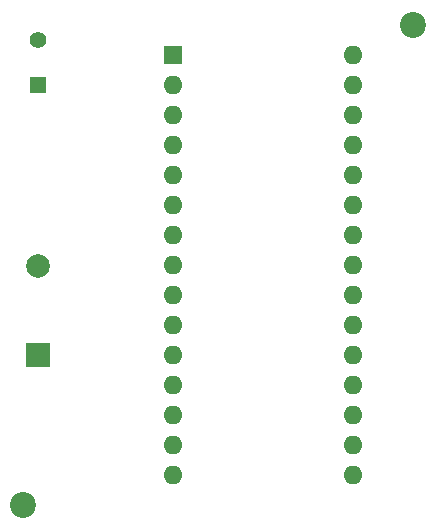
<source format=gbr>
%TF.GenerationSoftware,KiCad,Pcbnew,5.1.9+dfsg1-1*%
%TF.CreationDate,2021-09-21T21:20:37+00:00*%
%TF.ProjectId,wanted_morse,77616e74-6564-45f6-9d6f-7273652e6b69,rev?*%
%TF.SameCoordinates,Original*%
%TF.FileFunction,Soldermask,Top*%
%TF.FilePolarity,Negative*%
%FSLAX46Y46*%
G04 Gerber Fmt 4.6, Leading zero omitted, Abs format (unit mm)*
G04 Created by KiCad (PCBNEW 5.1.9+dfsg1-1) date 2021-09-21 21:20:37*
%MOMM*%
%LPD*%
G01*
G04 APERTURE LIST*
%ADD10C,2.200000*%
%ADD11C,1.400000*%
%ADD12R,1.400000X1.400000*%
%ADD13C,2.000000*%
%ADD14R,2.000000X2.000000*%
%ADD15O,1.600000X1.600000*%
%ADD16R,1.600000X1.600000*%
G04 APERTURE END LIST*
D10*
%TO.C,M2*%
X158750000Y-43180000D03*
%TD*%
%TO.C,M2*%
X125730000Y-83820000D03*
%TD*%
D11*
%TO.C,12V*%
X127000000Y-44450000D03*
D12*
X127000000Y-48260000D03*
%TD*%
D13*
%TO.C,BZ1*%
X127000000Y-63520000D03*
D14*
X127000000Y-71120000D03*
%TD*%
D15*
%TO.C,A1*%
X153670000Y-81280000D03*
X138430000Y-81280000D03*
X153670000Y-45720000D03*
X138430000Y-78740000D03*
X153670000Y-48260000D03*
X138430000Y-76200000D03*
X153670000Y-50800000D03*
X138430000Y-73660000D03*
X153670000Y-53340000D03*
X138430000Y-71120000D03*
X153670000Y-55880000D03*
X138430000Y-68580000D03*
X153670000Y-58420000D03*
X138430000Y-66040000D03*
X153670000Y-60960000D03*
X138430000Y-63500000D03*
X153670000Y-63500000D03*
X138430000Y-60960000D03*
X153670000Y-66040000D03*
X138430000Y-58420000D03*
X153670000Y-68580000D03*
X138430000Y-55880000D03*
X153670000Y-71120000D03*
X138430000Y-53340000D03*
X153670000Y-73660000D03*
X138430000Y-50800000D03*
X153670000Y-76200000D03*
X138430000Y-48260000D03*
X153670000Y-78740000D03*
D16*
X138430000Y-45720000D03*
%TD*%
M02*

</source>
